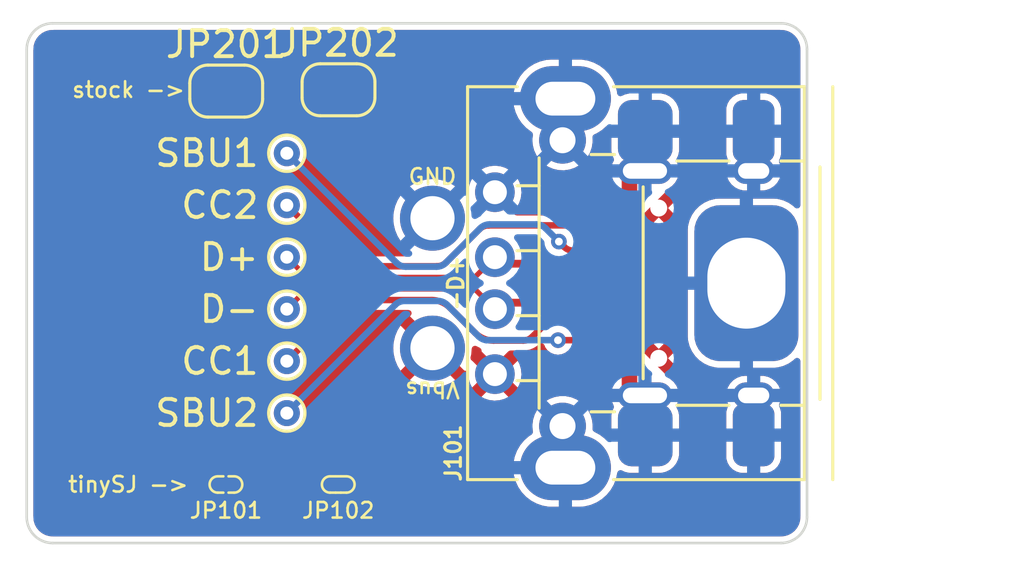
<source format=kicad_pcb>
(kicad_pcb (version 20211014) (generator pcbnew)
  (layers (0 "F.Cu" signal) (31 "B.Cu" signal) (34 "B.Paste" user) (35 "F.Paste" user) (36 "B.SilkS" user "B.Silkscreen") (37 "F.SilkS" user "F.Silkscreen") (38 "B.Mask" user) (39 "F.Mask" user) (44 "Edge.Cuts" user))
  (net 0 "")
  (net 1 "Vbus")
  (net 2 "GND")
  (net 3 "/D-")
  (net 4 "/D+")
  (net 5 "/CC1")
  (net 6 "/SBU1")
  (net 7 "/CC2")
  (net 8 "/SBU2")
  (footprint "TestPoint:TestPoint_THTPad_D1.0mm_Drill0.5mm" (layer "F.Cu") (at 95 103)
    (fp_text reference "TP103" hide)
    (fp_text value "CC1")
    (fp_circle (center 0 0) (end 0 0.7) (layer "F.SilkS") (width 0.12) (fill none))
    (pad "1" thru_hole circle (at 0 0) (size 1 1) (drill 0.5) (layers *.Cu *.Mask) (net 5 "/CC1"))
  )
  (footprint "Customs:tinySJ-Bridged" (layer "F.Cu") (at 92.6592 107.7468)
    (fp_text reference "JP101" (at 0 1) (layer "F.SilkS") (effects (font (size 0.6 0.6) (thickness 0.1))))
    (fp_text value "Jumper_2_Bridged" hide)
    (fp_poly (pts (xy -0.407505 -0.119217) (xy 0.433517 -0.119216) (xy 0.433517 0.123553) (xy -0.407505 0.123552)) (layer "F.Cu") (width 0) (fill solid))
    (fp_line (start 0.314 0.314) (end 0.1 0.314) (layer "F.SilkS") (width 0.1))
    (fp_line (start -0.314 -0.314) (end -0.1 -0.314) (layer "F.SilkS") (width 0.1))
    (fp_line (start -0.1 0.314) (end -0.314 0.314) (layer "F.SilkS") (width 0.1))
    (fp_line (start 0.1 -0.314) (end 0.314 -0.314) (layer "F.SilkS") (width 0.1))
    (fp_arc (start 0.314 -0.314) (mid 0.628 0) (end 0.314 0.314) (layer "F.SilkS") (width 0.1))
    (fp_arc (start -0.314 0.314) (mid -0.628 0) (end -0.314 -0.314) (layer "F.SilkS") (width 0.1))
    (pad "1" smd circle (at -0.314 0) (size 0.5 0.5) (layers "F.Cu" "F.Mask"))
    (pad "1" smd rect (at -0.189 0) (size 0.25 0.5) (layers "F.Cu" "F.Mask"))
    (pad "2" smd circle (at 0.314 0) (size 0.5 0.5) (layers "F.Cu" "F.Mask"))
    (pad "2" smd rect (at 0.189 0) (size 0.25 0.5) (layers "F.Cu" "F.Mask"))
  )
  (footprint "TestPoint:TestPoint_THTPad_D1.0mm_Drill0.5mm" (layer "F.Cu") (at 95 99)
    (fp_text reference "TP101" hide)
    (fp_text value "D+")
    (fp_circle (center 0 0) (end 0 0.7) (layer "F.SilkS") (width 0.12) (fill none))
    (pad "1" thru_hole circle (at 0 0) (size 1 1) (drill 0.5) (layers *.Cu *.Mask) (net 4 "/D+"))
  )
  (footprint "TestPoint:TestPoint_THTPad_D1.0mm_Drill0.5mm" (layer "F.Cu") (at 95 97)
    (fp_text reference "TP104" hide)
    (fp_text value "CC2")
    (fp_circle (center 0 0) (end 0 0.7) (layer "F.SilkS") (width 0.12) (fill none))
    (pad "1" thru_hole circle (at 0 0) (size 1 1) (drill 0.5) (layers *.Cu *.Mask) (net 7 "/CC2"))
  )
  (footprint "TestPoint:TestPoint_THTPad_D1.0mm_Drill0.5mm" (layer "F.Cu") (at 95 95)
    (fp_text reference "TP105" hide)
    (fp_text value "SBU1")
    (fp_circle (center 0 0) (end 0 0.7) (layer "F.SilkS") (width 0.12) (fill none))
    (pad "1" thru_hole circle (at 0 0) (size 1 1) (drill 0.5) (layers *.Cu *.Mask) (net 6 "/SBU1"))
  )
  (footprint "TestPoint:TestPoint_THTPad_D1.0mm_Drill0.5mm" (layer "F.Cu") (at 95 105)
    (fp_text reference "TP106" hide)
    (fp_text value "SBU2")
    (fp_circle (center 0 0) (end 0 0.7) (layer "F.SilkS") (width 0.12) (fill none))
    (pad "1" thru_hole circle (at 0 0) (size 1 1) (drill 0.5) (layers *.Cu *.Mask) (net 8 "/SBU2"))
  )
  (footprint "Customs:USB_A+C+XT30" (layer "F.Cu") (at 115 100 90)
    (fp_text reference "J101" (at -7.7 -13.6 90) (layer "F.SilkS") (effects (font (size 0.6 0.6) (thickness 0.12)) (justify left)))
    (fp_text value "USB_A+C+XT30" hide)
    (fp_text user "-D+" (at 0 -13.5 270) (layer "F.SilkS") (effects (font (size 0.6 0.6) (thickness 0.12))))
    (fp_text user "GND" (at 4.1 -14.4 unlocked) (layer "F.SilkS") (effects (font (size 0.6 0.6) (thickness 0.1))))
    (fp_text user "Vbus" (at -4.1 -14.4 180 unlocked) (layer "F.SilkS") (effects (font (size 0.6 0.6) (thickness 0.1))))
    (fp_line (start -4.7 -1) (end -4.7 -0.1) (layer "F.SilkS") (width 0.12))
    (fp_line (start -4.81 -10.3) (end 4.82 -10.3) (layer "F.SilkS") (width 0.12))
    (fp_line (start -7.56 -13.05) (end 7.56 -13.05) (layer "F.SilkS") (width 0.12))
    (fp_line (start -7.56 -7.44) (end -7.56 -0.1) (layer "F.SilkS") (width 0.12))
    (fp_line (start 4.7 -1) (end 4.7 -0.1) (layer "F.SilkS") (width 0.12))
    (fp_line (start -7.56 -0.1) (end 7.56 -0.1) (layer "F.SilkS") (width 0.12))
    (fp_line (start -7.56 0.99) (end 7.56 0.99) (layer "F.SilkS") (width 0.12))
    (fp_line (start -3.75 -10.3) (end -3.75 -11.15) (layer "F.SilkS") (width 0.12))
    (fp_line (start -4.7 -5.001368) (end -4.7 -3.001368) (layer "F.SilkS") (width 0.12))
    (fp_line (start 7.56 -7.44) (end 7.56 -0.1) (layer "F.SilkS") (width 0.12))
    (fp_line (start 1.25 -10.3) (end 1.25 -11.15) (layer "F.SilkS") (width 0.12))
    (fp_line (start -7.56 -13.05) (end -7.56 -11.14) (layer "F.SilkS") (width 0.12))
    (fp_line (start 3.706572 -6.3) (end -3.678785 -6.3) (layer "F.SilkS") (width 0.12))
    (fp_line (start 3.75 -10.3) (end 3.75 -11.15) (layer "F.SilkS") (width 0.12))
    (fp_line (start -4.47 0.5) (end 4.47 0.5) (layer "F.SilkS") (width 0.12))
    (fp_line (start 4.95 -7.4) (end 4.95 -8.3) (layer "F.SilkS") (width 0.12))
    (fp_line (start 7.56 -11.14) (end 7.56 -13.05) (layer "F.SilkS") (width 0.12))
    (fp_line (start -4.95 -7.4) (end -4.95 -8.3) (layer "F.SilkS") (width 0.12))
    (fp_line (start 4.7 -5.001368) (end 4.7 -3.001368) (layer "F.SilkS") (width 0.12))
    (fp_line (start -1.25 -10.3) (end -1.25 -11.15) (layer "F.SilkS") (width 0.12))
    (pad "1" smd roundrect (at 2.45 -7.146368 90) (size 0.6 1.45) (layers "F.Cu" "F.Paste" "F.Mask") (net 1 "Vbus"))
    (pad "1" thru_hole circle (at -2.5 -14.4 90) (size 2.5 2.5) (drill 1.700022) (layers *.Cu *.Mask) (net 1 "Vbus"))
    (pad "1" thru_hole circle (at -2.89 -5.701368 90) (size 1.25 1.25) (drill 0.65) (layers *.Cu) (remove_unused_layers) (net 1 "Vbus"))
    (pad "1" thru_hole circle (at 2.89 -5.701368 90) (size 1.25 1.25) (drill 0.65) (layers *.Cu) (remove_unused_layers) (net 1 "Vbus"))
    (pad "1" smd roundrect (at -2.45 -7.146368 90) (size 0.6 1.45) (layers "F.Cu" "F.Paste" "F.Mask") (net 1 "Vbus"))
    (pad "1" thru_hole circle (at -3.5 -12 90) (size 1.524 1.524) (drill 0.92) (layers *.Cu *.Mask) (net 1 "Vbus"))
    (pad "2" smd roundrect (at -0.25 -8.3 180) (size 0.3 1.29) (layers "F.Cu" "F.Paste") (net 3 "/D-"))
    (pad "2" smd rect (at -0.75 -10 90) (size 0.3 3.675) (layers "F.Cu" "F.Paste") (net 3 "/D-"))
    (pad "2" smd roundrect (at -0.75 -7.4 90) (size 0.3 1.85) (layers "F.Cu") (net 3 "/D-"))
    (pad "2" smd roundrect (at 0.25 -7.4 90) (size 0.3 1.85) (layers "F.Cu") (net 3 "/D-"))
    (pad "2" smd roundrect (at 0.25 -7.146368 90) (size 0.3 1.45) (layers "F.Cu" "F.Paste" "F.Mask") (net 3 "/D-"))
    (pad "2" thru_hole circle (at -1 -12 90) (size 1.524 1.524) (drill 0.92) (layers *.Cu *.Mask) (net 3 "/D-"))
    (pad "2" smd roundrect (at -0.75 -7.146368 90) (size 0.3 1.45) (layers "F.Cu" "F.Paste" "F.Mask") (net 3 "/D-"))
    (pad "3" smd roundrect (at 0.75 -7.146368 90) (size 0.3 1.45) (layers "F.Cu" "F.Paste" "F.Mask") (net 4 "/D+"))
    (pad "3" smd roundrect (at 0.25 -6 180) (size 0.3 1.29) (layers "F.Cu" "F.Paste") (net 4 "/D+"))
    (pad "3" smd roundrect (at -0.25 -6.9 90) (size 0.3 1.85) (layers "F.Cu") (net 4 "/D+"))
    (pad "3" smd roundrect (at -0.25 -7.146368 90) (size 0.3 1.45) (layers "F.Cu" "F.Paste" "F.Mask") (net 4 "/D+"))
    (pad "3" smd roundrect (at 0.75 -6.9 90) (size 0.3 1.85) (layers "F.Cu") (net 4 "/D+"))
    (pad "3" smd rect (at 0.75 -9.8 90) (size 0.3 4.175) (layers "F.Cu" "F.Paste") (net 4 "/D+"))
    (pad "3" thru_hole circle (at 1 -12 90) (size 1.524 1.524) (drill 0.92) (layers *.Cu *.Mask) (net 4 "/D+"))
    (pad "4" smd roundrect (at 3.25 -7.2 90) (size 0.6 1.35) (layers "F.Cu" "F.Paste" "F.Mask") (net 2 "GND"))
    (pad "4" smd roundrect (at -3.678785 -6.825 90) (size 0.8 0.6) (layers "F.Cu" "F.Paste") (net 2 "GND"))
    (pad "4" thru_hole circle (at 3.5 -12 90) (size 1.524 1.524) (drill 0.92) (layers *.Cu *.Mask) (net 2 "GND"))
    (pad "4" smd roundrect (at 3.706572 -6.825 90) (size 0.8 0.6) (layers "F.Cu" "F.Paste") (net 2 "GND"))
    (pad "4" thru_hole circle (at 2.5 -14.4 90) (size 2.5 2.5) (drill 1.700022) (layers *.Cu *.Mask) (net 2 "GND"))
    (pad "4" smd roundrect (at -3.25 -7.2 90) (size 0.6 1.35) (layers "F.Cu" "F.Paste" "F.Mask") (net 2 "GND"))
    (pad "5" thru_hole roundrect (at 0 -2.331368 270) (size 6 4) (drill oval 3.5 3) (layers *.Cu *.Mask) (net 2 "GND"))
    (pad "5" thru_hole oval (at -7.1 -9.29 90) (size 2.5 3.5) (drill oval 1.3 2.3) (layers *.Cu *.Mask) (net 2 "GND"))
    (pad "5" thru_hole oval (at 4.32 -2.051368 90) (size 1 1.6) (drill oval 0.6 1.2) (layers *.Cu *.Mask) (net 2 "GND"))
    (pad "5" thru_hole oval (at -4.32 -6.231368 90) (size 1 2.1) (drill oval 0.6 1.7) (layers *.Cu *.Mask) (net 2 "GND"))
    (pad "5" thru_hole oval (at -4.32 -2.051368 90) (size 1 1.6) (drill oval 0.6 1.2) (layers *.Cu *.Mask) (net 2 "GND"))
    (pad "5" thru_hole oval (at 4.32 -6.231368 90) (size 1 2.1) (drill oval 0.6 1.7) (layers *.Cu *.Mask) (net 2 "GND"))
    (pad "5" thru_hole oval (at 7.1 -9.29 90) (size 2.5 3.5) (drill oval 1.3 2.3) (layers *.Cu *.Mask) (net 2 "GND"))
    (pad "5" thru_hole circle (at -5.5 -9.4 90) (size 1.8 1.8) (drill 0.999998) (layers *.Cu *.Mask) (net 2 "GND"))
    (pad "5" smd roundrect (at -5.846965 -6.219573 90) (size 2.4 2.1) (layers "B.Cu" "B.Paste" "B.Mask") (net 2 "GND"))
    (pad "5" smd roundrect (at -5.846965 -2.051368 90) (size 2.4 1.6) (layers "B.Cu" "B.Paste" "B.Mask") (net 2 "GND"))
    (pad "5" smd roundrect (at 5.846965 -2.051368 90) (size 2.4 1.6) (layers "F.Cu" "F.Paste" "F.Mask") (net 2 "GND"))
    (pad "5" smd roundrect (at 5.846965 -6.219573 90) (size 2.4 2.1) (layers "B.Cu" "B.Paste" "B.Mask") (net 2 "GND"))
    (pad "5" smd roundrect (at -5.846965 -6.219573 90) (size 2.4 2.1) (layers "F.Cu" "F.Paste" "F.Mask") (net 2 "GND"))
    (pad "5" thru_hole circle (at 5.5 -9.4 90) (size 1.8 1.8) (drill 0.999998) (layers *.Cu *.Mask) (net 2 "GND"))
    (pad "5" smd roundrect (at 5.846965 -6.219573 90) (size 2.4 2.1) (layers "F.Cu" "F.Paste" "F.Mask") (net 2 "GND"))
    (pad "5" smd roundrect (at -5.846965 -2.051368 90) (size 2.4 1.6) (layers "F.Cu" "F.Paste" "F.Mask") (net 2 "GND"))
    (pad "5" smd roundrect (at 5.846965 -2.051368 90) (size 2.4 1.6) (layers "B.Cu" "B.Paste" "B.Mask") (net 2 "GND"))
    (pad "A5" smd roundrect (at -1.25 -7.146368 90) (size 0.3 1.45) (layers "F.Cu" "F.Paste" "F.Mask") (net 5 "/CC1"))
    (pad "A8" smd roundrect (at 1.25 -7.146368 90) (size 0.3 1.45) (layers "F.Cu" "F.Paste" "F.Mask") (net 6 "/SBU1"))
    (pad "B5" smd roundrect (at 1.75 -7.146368 90) (size 0.3 1.45) (layers "F.Cu" "F.Paste" "F.Mask") (net 7 "/CC2"))
    (pad "B8" smd roundrect (at -1.75 -7.146368 90) (size 0.3 1.45) (layers "F.Cu" "F.Paste" "F.Mask") (net 8 "/SBU2"))
  )
  (footprint "Jumper:SolderJumper-2_P1.3mm_Bridged_RoundedPad1.0x1.5mm" (layer "F.Cu") (at 92.6696 92.608401)
    (fp_text reference "JP201" (at 0 -1.8) (layer "F.SilkS"))
    (fp_text value "Jumper_2_Bridged")
    (fp_poly (pts (xy 0.25 -0.3) (xy -0.25 -0.3) (xy -0.25 0.3) (xy 0.25 0.3)) (layer "F.Cu") (width 0) (fill solid))
    (fp_line (start 1.4 -0.3) (end 1.4 0.3) (layer "F.SilkS") (width 0.12))
    (fp_line (start -1.4 0.3) (end -1.4 -0.3) (layer "F.SilkS") (width 0.12))
    (fp_line (start -0.7 -1) (end 0.7 -1) (layer "F.SilkS") (width 0.12))
    (fp_line (start 0.7 1) (end -0.7 1) (layer "F.SilkS") (width 0.12))
    (fp_arc (start -0.7 1) (mid -1.194975 0.794975) (end -1.4 0.3) (layer "F.SilkS") (width 0.12))
    (fp_arc (start -1.4 -0.3) (mid -1.194975 -0.794975) (end -0.7 -1) (layer "F.SilkS") (width 0.12))
    (fp_arc (start 1.4 0.3) (mid 1.194975 0.794975) (end 0.7 1) (layer "F.SilkS") (width 0.12))
    (fp_arc (start 0.7 -1) (mid 1.194975 -0.794975) (end 1.4 -0.3) (layer "F.SilkS") (width 0.12))
    (pad "1" smd custom (at -0.65 0) (size 1 0.5) (layers "F.Cu" "F.Mask") (options (clearance outline) (anchor rect)) (primitives (gr_circle (center 0 0.25) (end 0.5 0.25) (width 0) (fill yes)) (gr_circle (center 0 -0.25) (end 0.5 -0.25) (width 0) (fill yes)) (gr_poly (pts (xy 0.5 0.75) (xy 0 0.75) (xy 0 -0.75) (xy 0.5 -0.75)) (width 0) (fill yes))))
    (pad "2" smd custom (at 0.65 0) (size 1 0.5) (layers "F.Cu" "F.Mask") (options (clearance outline) (anchor rect)) (primitives (gr_circle (center 0 0.25) (end 0.5 0.25) (width 0) (fill yes)) (gr_circle (center 0 -0.25) (end 0.5 -0.25) (width 0) (fill yes)) (gr_poly (pts (xy 0 0.75) (xy -0.5 0.75) (xy -0.5 -0.75) (xy 0 -0.75)) (width 0) (fill yes))))
  )
  (footprint "TestPoint:TestPoint_THTPad_D1.0mm_Drill0.5mm" (layer "F.Cu") (at 95 101)
    (fp_text reference "TP102" hide)
    (fp_text value "D-")
    (fp_circle (center 0 0) (end 0 0.7) (layer "F.SilkS") (width 0.12) (fill none))
    (pad "1" thru_hole circle (at 0 0) (size 1 1) (drill 0.5) (layers *.Cu *.Mask) (net 3 "/D-"))
  )
  (footprint "Customs:tinySJ-Open" (layer "F.Cu") (at 96.9772 107.7468)
    (fp_text reference "JP102" (at 0 1) (layer "F.SilkS") (effects (font (size 0.6 0.6) (thickness 0.1))))
    (fp_text value "Jumper_2_Open" hide)
    (fp_line (start -0.314 -0.314) (end -0.1 -0.314) (layer "F.SilkS") (width 0.1))
    (fp_line (start -0.1 0.314) (end -0.314 0.314) (layer "F.SilkS") (width 0.1))
    (fp_line (start 0.1 -0.314) (end 0.314 -0.314) (layer "F.SilkS") (width 0.1))
    (fp_line (start -0.1 0.314) (end 0.1 0.314) (layer "F.SilkS") (width 0.1))
    (fp_line (start 0.314 0.314) (end 0.1 0.314) (layer "F.SilkS") (width 0.1))
    (fp_line (start -0.1 -0.314) (end 0.1 -0.314) (layer "F.SilkS") (width 0.1))
    (fp_arc (start -0.314 0.314) (mid -0.628 0) (end -0.314 -0.314) (layer "F.SilkS") (width 0.1))
    (fp_arc (start 0.314 -0.314) (mid 0.628 0) (end 0.314 0.314) (layer "F.SilkS") (width 0.1))
    (pad "1" smd circle (at -0.314 0) (size 0.5 0.5) (layers "F.Cu" "F.Mask"))
    (pad "1" smd rect (at -0.189 0) (size 0.25 0.5) (layers "F.Cu" "F.Mask"))
    (pad "2" smd circle (at 0.314 0) (size 0.5 0.5) (layers "F.Cu" "F.Mask"))
    (pad "2" smd rect (at 0.189 0) (size 0.25 0.5) (layers "F.Cu" "F.Mask"))
  )
  (footprint "Jumper:SolderJumper-2_P1.3mm_Open_RoundedPad1.0x1.5mm" (layer "F.Cu") (at 96.987601 92.5576)
    (fp_text reference "JP202" (at 0 -1.8) (layer "F.SilkS"))
    (fp_text value "Jumper_2_Open")
    (fp_line (start 1.4 -0.3) (end 1.4 0.3) (layer "F.SilkS") (width 0.12))
    (fp_line (start -1.4 0.3) (end -1.4 -0.3) (layer "F.SilkS") (width 0.12))
    (fp_line (start 0.7 1) (end -0.7 1) (layer "F.SilkS") (width 0.12))
    (fp_line (start -0.7 -1) (end 0.7 -1) (layer "F.SilkS") (width 0.12))
    (fp_arc (start 1.4 0.3) (mid 1.194975 0.794975) (end 0.7 1) (layer "F.SilkS") (width 0.12))
    (fp_arc (start -1.4 -0.3) (mid -1.194975 -0.794975) (end -0.7 -1) (layer "F.SilkS") (width 0.12))
    (fp_arc (start 0.7 -1) (mid 1.194975 -0.794975) (end 1.4 -0.3) (layer "F.SilkS") (width 0.12))
    (fp_arc (start -0.7 1) (mid -1.194975 0.794975) (end -1.4 0.3) (layer "F.SilkS") (width 0.12))
    (pad "1" smd custom (at -0.65 0) (size 1 0.5) (layers "F.Cu" "F.Mask") (options (clearance outline) (anchor rect)) (primitives (gr_circle (center 0 0.25) (end 0.5 0.25) (width 0) (fill yes)) (gr_circle (center 0 -0.25) (end 0.5 -0.25) (width 0) (fill yes)) (gr_poly (pts (xy 0.5 0.75) (xy 0 0.75) (xy 0 -0.75) (xy 0.5 -0.75)) (width 0) (fill yes))))
    (pad "2" smd custom (at 0.65 0) (size 1 0.5) (layers "F.Cu" "F.Mask") (options (clearance outline) (anchor rect)) (primitives (gr_circle (center 0 0.25) (end 0.5 0.25) (width 0) (fill yes)) (gr_circle (center 0 -0.25) (end 0.5 -0.25) (width 0) (fill yes)) (gr_poly (pts (xy 0 0.75) (xy -0.5 0.75) (xy -0.5 -0.75) (xy 0 -0.75)) (width 0) (fill yes))))
  )
  (gr_line (start 115 109) (end 115 91) (layer "Edge.Cuts") (width 0.1))
  (gr_arc (start 115 109) (mid 114.707107 109.707107) (end 114 110) (layer "Edge.Cuts") (width 0.1))
  (gr_arc (start 114 90) (mid 114.707107 90.292893) (end 115 91) (layer "Edge.Cuts") (width 0.1))
  (gr_line (start 85 91) (end 85 109) (layer "Edge.Cuts") (width 0.1))
  (gr_line (start 114 90) (end 86 90) (layer "Edge.Cuts") (width 0.1))
  (gr_arc (start 86 110) (mid 85.292893 109.707107) (end 85 109) (layer "Edge.Cuts") (width 0.1))
  (gr_line (start 86 110) (end 114 110) (layer "Edge.Cuts") (width 0.1))
  (gr_arc (start 85 91) (mid 85.292893 90.292893) (end 86 90) (layer "Edge.Cuts") (width 0.1))
  (gr_text "CC1" (at 94 103) (layer "F.SilkS") (effects (font (size 1 1)) (justify right)))
  (gr_text "D-" (at 94 101) (layer "F.SilkS") (effects (font (size 1 1)) (justify right)))
  (gr_text "CC2" (at 94 97) (layer "F.SilkS") (effects (font (size 1 1)) (justify right)))
  (gr_text "tinySJ ->" (at 88.9 107.7468) (layer "F.SilkS") (effects (font (size 0.6 0.6) (thickness 0.1))))
  (gr_text "stock ->" (at 88.9104 92.5576) (layer "F.SilkS") (effects (font (size 0.6 0.6) (thickness 0.1))))
  (gr_text "D+" (at 94 99) (layer "F.SilkS") (effects (font (size 1 1)) (justify right)))
  (gr_text "SBU1" (at 94 95) (layer "F.SilkS") (effects (font (size 1 1)) (justify right)))
  (gr_text "SBU2" (at 94 105) (layer "F.SilkS") (effects (font (size 1 1)) (justify right)))
  (segment (start 103 101) (end 102.225001 100.225001) (width 0.2) (layer "F.Cu") (net 3))
  (segment (start 102.225001 100.225001) (end 95.774999 100.225001) (width 0.2) (layer "F.Cu") (net 3))
  (segment (start 95.774999 100.225001) (end 95 101) (width 0.2) (layer "F.Cu") (net 3))
  (segment (start 95.774999 99.774999) (end 95 99) (width 0.2) (layer "F.Cu") (net 4))
  (segment (start 103 99) (end 102.225001 99.774999) (width 0.2) (layer "F.Cu") (net 4))
  (segment (start 102.225001 99.774999) (end 95.774999 99.774999) (width 0.2) (layer "F.Cu") (net 4))
  (segment (start 100.563174 100.650001) (end 97.764213 100.650001) (width 0.25) (layer "F.Cu") (net 5))
  (segment (start 102.244094 101.916707) (end 101.270281 100.942894) (width 0.25) (layer "F.Cu") (net 5))
  (segment (start 104.085293 102.2096) (end 102.951201 102.2096) (width 0.25) (layer "F.Cu") (net 5))
  (segment (start 105.105553 101.396447) (end 104.438846 102.063154) (width 0.25) (layer "F.Cu") (net 5))
  (segment (start 107.853632 101.25) (end 105.459107 101.25) (width 0.25) (layer "F.Cu") (net 5))
  (segment (start 97.057106 100.942894) (end 95 103) (width 0.25) (layer "F.Cu") (net 5))
  (arc (start 97.764213 100.650001) (mid 97.38153 100.726121) (end 97.057106 100.942894) (width 0.25) (layer "F.Cu") (net 5))
  (arc (start 104.438846 102.063154) (mid 104.276634 102.17154) (end 104.085293 102.2096) (width 0.25) (layer "F.Cu") (net 5))
  (arc (start 105.105553 101.396447) (mid 105.267765 101.28806) (end 105.459107 101.25) (width 0.25) (layer "F.Cu") (net 5))
  (arc (start 102.951201 102.2096) (mid 102.568517 102.13348) (end 102.244094 101.916707) (width 0.25) (layer "F.Cu") (net 5))
  (arc (start 101.270281 100.942894) (mid 100.945858 100.726121) (end 100.563174 100.650001) (width 0.25) (layer "F.Cu") (net 5))
  (segment (start 106.017909 98.75) (end 107.853632 98.75) (width 0.25) (layer "F.Cu") (net 6))
  (segment (start 105.4608 98.399998) (end 105.664356 98.603554) (width 0.25) (layer "F.Cu") (net 6))
  (via (at 105.4608 98.399998) (size 0.6) (drill 0.3) (layers "F.Cu" "B.Cu") (net 6))
  (arc (start 106.017909 98.75) (mid 105.826568 98.71194) (end 105.664356 98.603554) (width 0.25) (layer "F.Cu") (net 6))
  (segment (start 99.218353 99.218353) (end 95 95) (width 0.25) (layer "B.Cu") (net 6))
  (segment (start 100.755479 99.3648) (end 99.571907 99.3648) (width 0.25) (layer "B.Cu") (net 6))
  (segment (start 105.4608 98.399998) (end 104.946448 97.885646) (width 0.25) (layer "B.Cu") (net 6))
  (segment (start 102.441739 97.885647) (end 101.109032 99.218354) (width 0.25) (layer "B.Cu") (net 6))
  (segment (start 104.592895 97.7392) (end 102.795293 97.7392) (width 0.25) (layer "B.Cu") (net 6))
  (arc (start 104.592895 97.7392) (mid 104.784236 97.77726) (end 104.946448 97.885646) (width 0.25) (layer "B.Cu") (net 6))
  (arc (start 99.571907 99.3648) (mid 99.380565 99.32674) (end 99.218353 99.218353) (width 0.25) (layer "B.Cu") (net 6))
  (arc (start 101.109032 99.218354) (mid 100.94682 99.32674) (end 100.755479 99.3648) (width 0.25) (layer "B.Cu") (net 6))
  (arc (start 102.795293 97.7392) (mid 102.603951 97.77726) (end 102.441739 97.885647) (width 0.25) (layer "B.Cu") (net 6))
  (segment (start 106.739553 98.103553) (end 106.557944 97.921944) (width 0.25) (layer "F.Cu") (net 7))
  (segment (start 102.405442 97.921945) (end 101.123834 99.203553) (width 0.25) (layer "F.Cu") (net 7))
  (segment (start 97.203552 99.203552) (end 95 97) (width 0.25) (layer "F.Cu") (net 7))
  (segment (start 100.770281 99.349999) (end 97.557106 99.349999) (width 0.25) (layer "F.Cu") (net 7))
  (segment (start 107.853632 98.25) (end 107.093107 98.25) (width 0.25) (layer "F.Cu") (net 7))
  (segment (start 106.204391 97.775498) (end 102.758996 97.775498) (width 0.25) (layer "F.Cu") (net 7))
  (arc (start 106.739553 98.103553) (mid 106.901765 98.21194) (end 107.093107 98.25) (width 0.25) (layer "F.Cu") (net 7))
  (arc (start 101.123834 99.203553) (mid 100.961622 99.311939) (end 100.770281 99.349999) (width 0.25) (layer "F.Cu") (net 7))
  (arc (start 106.204391 97.775498) (mid 106.395732 97.813558) (end 106.557944 97.921944) (width 0.25) (layer "F.Cu") (net 7))
  (arc (start 97.557106 99.349999) (mid 97.365764 99.311939) (end 97.203552 99.203552) (width 0.25) (layer "F.Cu") (net 7))
  (arc (start 102.758996 97.775498) (mid 102.567654 97.813558) (end 102.405442 97.921945) (width 0.25) (layer "F.Cu") (net 7))
  (segment (start 106.739153 101.896447) (end 106.588234 102.047366) (width 0.25) (layer "F.Cu") (net 8))
  (segment (start 106.234681 102.193812) (end 105.425788 102.193812) (width 0.25) (layer "F.Cu") (net 8))
  (segment (start 107.853632 101.75) (end 107.092707 101.75) (width 0.25) (layer "F.Cu") (net 8))
  (via (at 105.425788 102.193812) (size 0.6) (drill 0.3) (layers "F.Cu" "B.Cu") (net 8))
  (arc (start 106.588234 102.047366) (mid 106.426022 102.155752) (end 106.234681 102.193812) (width 0.25) (layer "F.Cu") (net 8))
  (arc (start 106.739153 101.896447) (mid 106.901365 101.78806) (end 107.092707 101.75) (width 0.25) (layer "F.Cu") (net 8))
  (segment (start 100.805881 100.6856) (end 99.521507 100.6856) (width 0.25) (layer "B.Cu") (net 8))
  (segment (start 105.424177 102.192201) (end 102.662691 102.192201) (width 0.25) (layer "B.Cu") (net 8))
  (segment (start 105.425788 102.193812) (end 105.424177 102.192201) (width 0.25) (layer "B.Cu") (net 8))
  (segment (start 99.167954 100.832046) (end 95 105) (width 0.25) (layer "B.Cu") (net 8))
  (segment (start 102.374752 102.047365) (end 101.159435 100.832047) (width 0.25) (layer "B.Cu") (net 8))
  (arc (start 102.662691 102.192201) (mid 102.507162 102.142244) (end 102.374752 102.047365) (width 0.25) (layer "B.Cu") (net 8))
  (arc (start 101.159435 100.832047) (mid 100.997223 100.72366) (end 100.805881 100.6856) (width 0.25) (layer "B.Cu") (net 8))
  (arc (start 99.521507 100.6856) (mid 99.330166 100.72366) (end 99.167954 100.832046) (width 0.25) (layer "B.Cu") (net 8))
  (zone (net 1) (net_name "Vbus") (layer "F.Cu") (connect_pads (clearance 0.254)) (min_thickness 0.254) (fill yes (thermal_gap 0.254) (thermal_bridge_width 0.508))
    (polygon (pts (xy 122.936 110.3884) (xy 84.3788 110.3884) (xy 84.3788 89.5096) (xy 122.936 89.5096)))
  )
  (zone (net 2) (net_name "GND") (layer "B.Cu") (connect_pads (clearance 0.254)) (min_thickness 0.254) (fill yes (thermal_gap 0.254) (thermal_bridge_width 0.508))
    (polygon (pts (xy 123.3424 110.8456) (xy 83.9724 110.8456) (xy 83.9724 89.1032) (xy 123.3424 89.1032)))
  )
)
</source>
